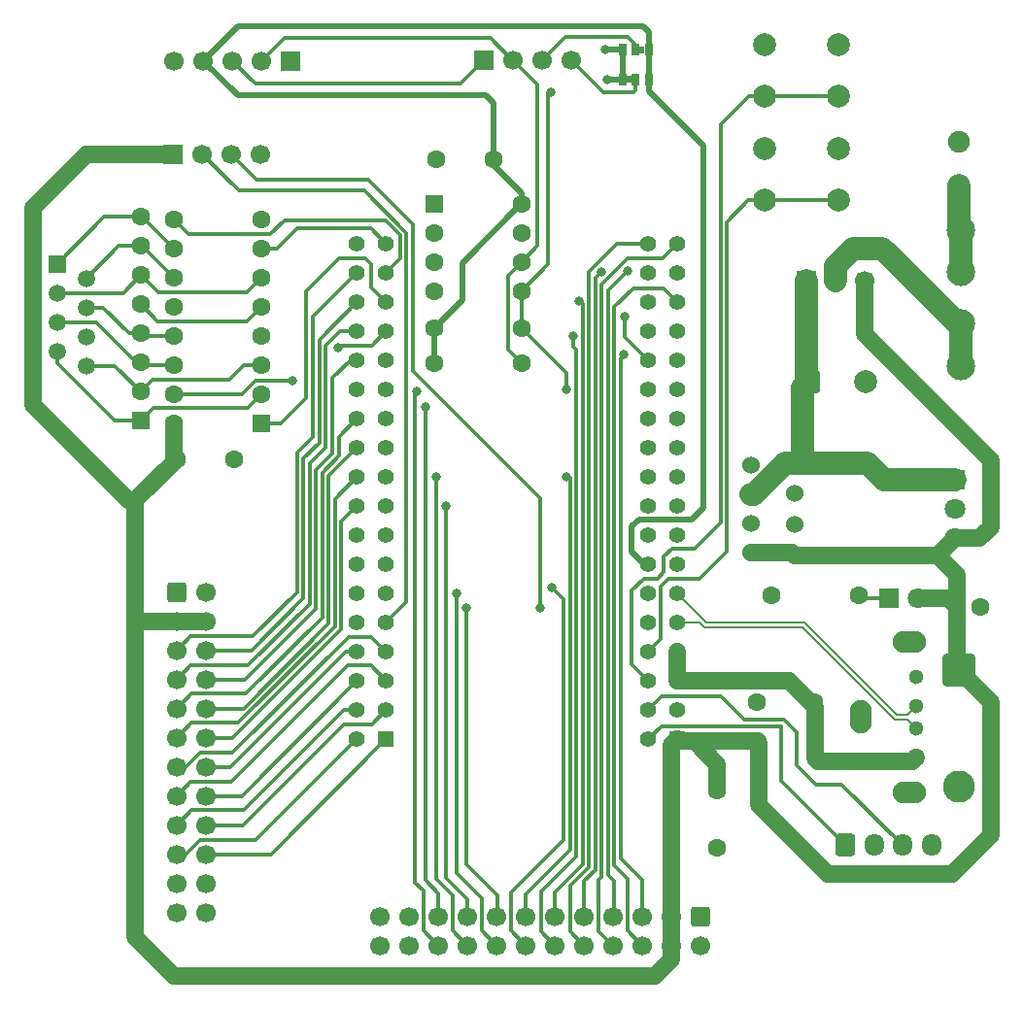
<source format=gbr>
%TF.GenerationSoftware,KiCad,Pcbnew,9.0.7*%
%TF.CreationDate,2026-02-20T16:36:17-05:00*%
%TF.ProjectId,PB_16,50425f31-362e-46b6-9963-61645f706362,v5*%
%TF.SameCoordinates,Original*%
%TF.FileFunction,Copper,L1,Top*%
%TF.FilePolarity,Positive*%
%FSLAX46Y46*%
G04 Gerber Fmt 4.6, Leading zero omitted, Abs format (unit mm)*
G04 Created by KiCad (PCBNEW 9.0.7) date 2026-02-20 16:36:17*
%MOMM*%
%LPD*%
G01*
G04 APERTURE LIST*
G04 Aperture macros list*
%AMRoundRect*
0 Rectangle with rounded corners*
0 $1 Rounding radius*
0 $2 $3 $4 $5 $6 $7 $8 $9 X,Y pos of 4 corners*
0 Add a 4 corners polygon primitive as box body*
4,1,4,$2,$3,$4,$5,$6,$7,$8,$9,$2,$3,0*
0 Add four circle primitives for the rounded corners*
1,1,$1+$1,$2,$3*
1,1,$1+$1,$4,$5*
1,1,$1+$1,$6,$7*
1,1,$1+$1,$8,$9*
0 Add four rect primitives between the rounded corners*
20,1,$1+$1,$2,$3,$4,$5,0*
20,1,$1+$1,$4,$5,$6,$7,0*
20,1,$1+$1,$6,$7,$8,$9,0*
20,1,$1+$1,$8,$9,$2,$3,0*%
G04 Aperture macros list end*
%TA.AperFunction,EtchedComponent*%
%ADD10C,0.000000*%
%TD*%
%TA.AperFunction,ComponentPad*%
%ADD11RoundRect,0.250000X-0.750000X-0.750000X0.750000X-0.750000X0.750000X0.750000X-0.750000X0.750000X0*%
%TD*%
%TA.AperFunction,ComponentPad*%
%ADD12C,2.000000*%
%TD*%
%TA.AperFunction,ComponentPad*%
%ADD13RoundRect,0.250000X-0.550000X-0.550000X0.550000X-0.550000X0.550000X0.550000X-0.550000X0.550000X0*%
%TD*%
%TA.AperFunction,ComponentPad*%
%ADD14C,1.600000*%
%TD*%
%TA.AperFunction,ComponentPad*%
%ADD15RoundRect,0.250001X-1.149999X1.149999X-1.149999X-1.149999X1.149999X-1.149999X1.149999X1.149999X0*%
%TD*%
%TA.AperFunction,ComponentPad*%
%ADD16C,2.800000*%
%TD*%
%TA.AperFunction,ComponentPad*%
%ADD17R,1.800000X1.800000*%
%TD*%
%TA.AperFunction,ComponentPad*%
%ADD18C,1.800000*%
%TD*%
%TA.AperFunction,ComponentPad*%
%ADD19R,1.700000X1.700000*%
%TD*%
%TA.AperFunction,ComponentPad*%
%ADD20C,1.700000*%
%TD*%
%TA.AperFunction,ComponentPad*%
%ADD21RoundRect,0.250000X-0.600000X-0.725000X0.600000X-0.725000X0.600000X0.725000X-0.600000X0.725000X0*%
%TD*%
%TA.AperFunction,ComponentPad*%
%ADD22O,1.700000X1.950000*%
%TD*%
%TA.AperFunction,ComponentPad*%
%ADD23RoundRect,0.250000X-0.600000X-0.600000X0.600000X-0.600000X0.600000X0.600000X-0.600000X0.600000X0*%
%TD*%
%TA.AperFunction,ComponentPad*%
%ADD24R,1.408000X1.408000*%
%TD*%
%TA.AperFunction,ComponentPad*%
%ADD25C,1.408000*%
%TD*%
%TA.AperFunction,ComponentPad*%
%ADD26C,1.270000*%
%TD*%
%TA.AperFunction,ComponentPad*%
%ADD27R,1.300000X1.300000*%
%TD*%
%TA.AperFunction,ComponentPad*%
%ADD28C,1.300000*%
%TD*%
%TA.AperFunction,ComponentPad*%
%ADD29O,2.900000X1.900000*%
%TD*%
%TA.AperFunction,ComponentPad*%
%ADD30O,1.900000X2.900000*%
%TD*%
%TA.AperFunction,ComponentPad*%
%ADD31C,1.904000*%
%TD*%
%TA.AperFunction,ComponentPad*%
%ADD32C,2.475000*%
%TD*%
%TA.AperFunction,ComponentPad*%
%ADD33RoundRect,0.250000X-0.600000X0.600000X-0.600000X-0.600000X0.600000X-0.600000X0.600000X0.600000X0*%
%TD*%
%TA.AperFunction,SMDPad,CuDef*%
%ADD34R,0.700000X1.000000*%
%TD*%
%TA.AperFunction,ComponentPad*%
%ADD35C,1.524000*%
%TD*%
%TA.AperFunction,ComponentPad*%
%ADD36RoundRect,0.250000X0.550000X0.550000X-0.550000X0.550000X-0.550000X-0.550000X0.550000X-0.550000X0*%
%TD*%
%TA.AperFunction,ComponentPad*%
%ADD37R,1.600000X1.600000*%
%TD*%
%TA.AperFunction,ComponentPad*%
%ADD38R,1.500000X1.500000*%
%TD*%
%TA.AperFunction,ComponentPad*%
%ADD39C,1.500000*%
%TD*%
%TA.AperFunction,ViaPad*%
%ADD40C,0.800000*%
%TD*%
%TA.AperFunction,Conductor*%
%ADD41C,0.500000*%
%TD*%
%TA.AperFunction,Conductor*%
%ADD42C,0.300000*%
%TD*%
%TA.AperFunction,Conductor*%
%ADD43C,0.350000*%
%TD*%
%TA.AperFunction,Conductor*%
%ADD44C,1.500000*%
%TD*%
%TA.AperFunction,Conductor*%
%ADD45C,2.000000*%
%TD*%
%TA.AperFunction,Conductor*%
%ADD46C,0.200000*%
%TD*%
G04 APERTURE END LIST*
D10*
%TA.AperFunction,EtchedComponent*%
%TO.C,JP2*%
G36*
X217450000Y-41300000D02*
G01*
X216950000Y-41300000D01*
X216950000Y-40700000D01*
X217450000Y-40700000D01*
X217450000Y-41300000D01*
G37*
%TD.AperFunction*%
%TA.AperFunction,EtchedComponent*%
%TO.C,JP1*%
G36*
X218593000Y-38700000D02*
G01*
X218093000Y-38700000D01*
X218093000Y-38100000D01*
X218593000Y-38100000D01*
X218593000Y-38700000D01*
G37*
%TD.AperFunction*%
%TD*%
D11*
%TO.P,C2,1*%
%TO.N,/12V*%
X232875000Y-67350000D03*
D12*
%TO.P,C2,2*%
%TO.N,GND*%
X237875000Y-67350000D03*
%TD*%
D13*
%TO.P,C3,1*%
%TO.N,+5V*%
X245819888Y-87000000D03*
D14*
%TO.P,C3,2*%
%TO.N,GND*%
X247819888Y-87000000D03*
%TD*%
D15*
%TO.P,D1,1,K*%
%TO.N,+5V*%
X246000000Y-92520000D03*
D16*
%TO.P,D1,2,A*%
%TO.N,GND*%
X246000000Y-102680000D03*
%TD*%
D17*
%TO.P,D2,1,K*%
%TO.N,Net-(D2-K)*%
X239925000Y-86250000D03*
D18*
%TO.P,D2,2,A*%
%TO.N,+5V*%
X242465000Y-86250000D03*
%TD*%
D19*
%TO.P,J2,1,Pin_1*%
%TO.N,I2C_SDA*%
X204574956Y-39307550D03*
D20*
%TO.P,J2,2,Pin_2*%
%TO.N,I2C_SCL*%
X207114956Y-39307550D03*
%TO.P,J2,3,Pin_3*%
%TO.N,/OLED_Pin_3*%
X209654956Y-39307550D03*
%TO.P,J2,4,Pin_4*%
%TO.N,/OLED_Pin_4*%
X212194956Y-39307550D03*
%TD*%
D21*
%TO.P,J3,1,Pin_1*%
%TO.N,GPIO1*%
X236100000Y-107775000D03*
D22*
%TO.P,J3,2,Pin_2*%
%TO.N,GND*%
X238600000Y-107775000D03*
%TO.P,J3,3,Pin_3*%
%TO.N,GPIO2*%
X241100000Y-107775000D03*
%TO.P,J3,4,Pin_4*%
%TO.N,GND*%
X243600000Y-107775000D03*
%TD*%
D19*
%TO.P,J4,1,Pin_1*%
%TO.N,unconnected-(J4-Pin_1-Pad1)*%
X187774956Y-39407550D03*
D20*
%TO.P,J4,2,Pin_2*%
%TO.N,I2C_SCL*%
X185234956Y-39407550D03*
%TO.P,J4,3,Pin_3*%
%TO.N,I2C_SDA*%
X182694956Y-39407550D03*
%TO.P,J4,4,Pin_4*%
%TO.N,+3V3*%
X180154956Y-39407550D03*
%TO.P,J4,5,Pin_5*%
%TO.N,GND*%
X177614956Y-39407550D03*
%TD*%
D19*
%TO.P,J6,1,Pin_1*%
%TO.N,/12V*%
X232675000Y-58525000D03*
D20*
%TO.P,J6,2,Pin_2*%
%TO.N,/VIN*%
X235215000Y-58525000D03*
%TO.P,J6,3,Pin_3*%
%TO.N,+5V*%
X237755000Y-58525000D03*
%TD*%
D23*
%TO.P,J7,1,Pin_1*%
%TO.N,GND*%
X177800000Y-85700000D03*
D20*
%TO.P,J7,2,Pin_2*%
X180340000Y-85700000D03*
%TO.P,J7,3,Pin_3*%
%TO.N,+5V*%
X177800000Y-88240000D03*
%TO.P,J7,4,Pin_4*%
X180340000Y-88240000D03*
%TO.P,J7,5,Pin_5*%
%TO.N,OUT1*%
X177800000Y-90780000D03*
%TO.P,J7,6,Pin_6*%
%TO.N,OUT2*%
X180340000Y-90780000D03*
%TO.P,J7,7,Pin_7*%
%TO.N,OUT3*%
X177800000Y-93320000D03*
%TO.P,J7,8,Pin_8*%
%TO.N,OUT4*%
X180340000Y-93320000D03*
%TO.P,J7,9,Pin_9*%
%TO.N,OUT5*%
X177800000Y-95860000D03*
%TO.P,J7,10,Pin_10*%
%TO.N,OUT6*%
X180340000Y-95860000D03*
%TO.P,J7,11,Pin_11*%
%TO.N,OUT7*%
X177800000Y-98400000D03*
%TO.P,J7,12,Pin_12*%
%TO.N,OUT8*%
X180340000Y-98400000D03*
%TO.P,J7,13,Pin_13*%
%TO.N,OUT9*%
X177800000Y-100940000D03*
%TO.P,J7,14,Pin_14*%
%TO.N,OUT10*%
X180340000Y-100940000D03*
%TO.P,J7,15,Pin_15*%
%TO.N,OUT11*%
X177800000Y-103480000D03*
%TO.P,J7,16,Pin_16*%
%TO.N,OUT12*%
X180340000Y-103480000D03*
%TO.P,J7,17,Pin_17*%
%TO.N,OUT13*%
X177800000Y-106020000D03*
%TO.P,J7,18,Pin_18*%
%TO.N,OUT14*%
X180340000Y-106020000D03*
%TO.P,J7,19,Pin_19*%
%TO.N,OUT15*%
X177800000Y-108560000D03*
%TO.P,J7,20,Pin_20*%
%TO.N,OUT16*%
X180340000Y-108560000D03*
%TO.P,J7,21,Pin_21*%
%TO.N,unconnected-(J7-Pin_21-Pad21)*%
X177800000Y-111100000D03*
%TO.P,J7,22,Pin_22*%
%TO.N,GND*%
X180340000Y-111100000D03*
%TO.P,J7,23,Pin_23*%
%TO.N,unconnected-(J7-Pin_23-Pad23)*%
X177800000Y-113640000D03*
%TO.P,J7,24,Pin_24*%
%TO.N,unconnected-(J7-Pin_24-Pad24)*%
X180340000Y-113640000D03*
%TD*%
D24*
%TO.P,U2,P1_1,SYS_VIN*%
%TO.N,+5V*%
X221459656Y-98510250D03*
D25*
%TO.P,U2,P1_2,AIN6/GPIO87*%
%TO.N,GPIO1*%
X218919656Y-98510250D03*
%TO.P,U2,P1_3,USB1_DRVVBUS*%
%TO.N,unconnected-(U2A-USB1_DRVVBUS-PadP1_3)*%
X221459656Y-95970250D03*
%TO.P,U2,P1_4,GPIO_89*%
%TO.N,GPIO2*%
X218919656Y-95970250D03*
%TO.P,U2,P1_5,USB1_VBUS*%
%TO.N,V_USB*%
X221459656Y-93430250D03*
%TO.P,U2,P1_6,SPI0_CS*%
%TO.N,BTN1*%
X218919656Y-93430250D03*
%TO.P,U2,P1_7,USB1_VIN*%
%TO.N,V_USB*%
X221459656Y-90890250D03*
%TO.P,U2,P1_8,SPI0_CLK*%
%TO.N,BTN2*%
X218919656Y-90890250D03*
%TO.P,U2,P1_9,USB1_DN*%
%TO.N,USB_D-*%
X221459656Y-88350250D03*
%TO.P,U2,P1_10,SPI0_MISO*%
%TO.N,TXD2*%
X218919656Y-88350250D03*
%TO.P,U2,P1_11,USB1_DP*%
%TO.N,USB_D+*%
X221459656Y-85810250D03*
%TO.P,U2,P1_12,SPI0_MOSI*%
%TO.N,OUT30*%
X218919656Y-85810250D03*
%TO.P,U2,P1_13,USB1_ID*%
%TO.N,GND*%
X221459656Y-83270250D03*
%TO.P,U2,P1_14,SYS_3.3V*%
%TO.N,+3V3*%
X218919656Y-83270250D03*
%TO.P,U2,P1_15,USB1_GND*%
%TO.N,GND*%
X221459656Y-80730250D03*
%TO.P,U2,P1_16,SYS_GND*%
X218919656Y-80730250D03*
%TO.P,U2,P1_17,AIN1.8V_REF-*%
X221459656Y-78190250D03*
%TO.P,U2,P1_18,AIN1.8V_REF+*%
%TO.N,unconnected-(U2A-AIN1.8V_REF+-PadP1_18)*%
X218919656Y-78190250D03*
%TO.P,U2,P1_19,AIN0(1.8V)*%
%TO.N,unconnected-(U2A-AIN0(1.8V)-PadP1_19)*%
X221459656Y-75650250D03*
%TO.P,U2,P1_20,GPIO_20*%
%TO.N,OUT29*%
X218919656Y-75650250D03*
%TO.P,U2,P1_21,AIN1(1.8V)*%
%TO.N,unconnected-(U2A-AIN1(1.8V)-PadP1_21)*%
X221459656Y-73110250D03*
%TO.P,U2,P1_22,SYS_GND*%
%TO.N,GND*%
X218919656Y-73110250D03*
%TO.P,U2,P1_23,AIN2(1.8V)*%
%TO.N,unconnected-(U2A-AIN2(1.8V)-PadP1_23)*%
X221459656Y-70570250D03*
%TO.P,U2,P1_24,SYS_VOUT*%
%TO.N,unconnected-(U2A-SYS_VOUT-PadP1_24)*%
X218919656Y-70570250D03*
%TO.P,U2,P1_25,AIN3(1.8V)*%
%TO.N,unconnected-(U2A-AIN3(1.8V)-PadP1_25)*%
X221459656Y-68030250D03*
%TO.P,U2,P1_26,I2C2_SDA*%
%TO.N,I2C_SDA*%
X218919656Y-68030250D03*
%TO.P,U2,P1_27,AIN4(1.8V)*%
%TO.N,unconnected-(U2A-AIN4(1.8V)-PadP1_27)*%
X221459656Y-65490250D03*
%TO.P,U2,P1_28,I2C2_SCL*%
%TO.N,I2C_SCL*%
X218919656Y-65490250D03*
%TO.P,U2,P1_29,PRU0_7*%
%TO.N,OUT21*%
X221459656Y-62950250D03*
%TO.P,U2,P1_30,UART0_TX*%
%TO.N,OUT28*%
X218919656Y-62950250D03*
%TO.P,U2,P1_31,PRU0_4*%
%TO.N,OUT22*%
X221459656Y-60410250D03*
%TO.P,U2,P1_32,UART0_RX*%
%TO.N,OUT27*%
X218919656Y-60410250D03*
%TO.P,U2,P1_33,PRU0_1*%
%TO.N,OUT23*%
X221459656Y-57870250D03*
%TO.P,U2,P1_34,GPIO_26*%
%TO.N,OUT25*%
X218919656Y-57870250D03*
%TO.P,U2,P1_35,PRU1_10*%
%TO.N,OUT24*%
X221459656Y-55330250D03*
%TO.P,U2,P1_36,PWM0_A*%
%TO.N,OUT26*%
X218919656Y-55330250D03*
D24*
%TO.P,U2,P2_1,PWM1_A*%
%TO.N,OUT16*%
X196059656Y-98510250D03*
D25*
%TO.P,U2,P2_2,GPIO_59*%
%TO.N,OUT15*%
X193519656Y-98510250D03*
%TO.P,U2,P2_3,GPIO_23*%
%TO.N,OUT14*%
X196059656Y-95970250D03*
%TO.P,U2,P2_4,GPIO_58*%
%TO.N,OUT13*%
X193519656Y-95970250D03*
%TO.P,U2,P2_5,UART4_RX*%
%TO.N,OUT11*%
X196059656Y-93430250D03*
%TO.P,U2,P2_6,GPIO_57*%
%TO.N,OUT12*%
X193519656Y-93430250D03*
%TO.P,U2,P2_7,UART4_TX*%
%TO.N,OUT9*%
X196059656Y-90890250D03*
%TO.P,U2,P2_8,GPIO_60*%
%TO.N,OUT10*%
X193519656Y-90890250D03*
%TO.P,U2,P2_9,I2C1_SCL*%
%TO.N,TXD1*%
X196059656Y-88350250D03*
%TO.P,U2,P2_10,GPIO_52*%
%TO.N,OUT31*%
X193519656Y-88350250D03*
%TO.P,U2,P2_11,I2C1_SDA*%
%TO.N,OUT32*%
X196059656Y-85810250D03*
%TO.P,U2,P2_12,SYS_PWRBTN*%
%TO.N,unconnected-(U2B-SYS_PWRBTN-PadP2_12)*%
X193519656Y-85810250D03*
%TO.P,U2,P2_13,SYS_VOUT*%
%TO.N,unconnected-(U2A-SYS_VOUT-PadP2_13)*%
X196059656Y-83270250D03*
%TO.P,U2,P2_14,BAT_VIN*%
%TO.N,unconnected-(U2B-BAT_VIN-PadP2_14)*%
X193519656Y-83270250D03*
%TO.P,U2,P2_15,SYS_GND*%
%TO.N,GND*%
X196059656Y-80730250D03*
%TO.P,U2,P2_16,BAT_TEMP*%
%TO.N,unconnected-(U2B-BAT_TEMP-PadP2_16)*%
X193519656Y-80730250D03*
%TO.P,U2,P2_17,GPIO_65*%
%TO.N,OUT33*%
X196059656Y-78190250D03*
%TO.P,U2,P2_18,GPIO_47*%
%TO.N,OUT8*%
X193519656Y-78190250D03*
%TO.P,U2,P2_19,GPIO_27*%
%TO.N,OUT34*%
X196059656Y-75650250D03*
%TO.P,U2,P2_20,GPIO_64*%
%TO.N,OUT7*%
X193519656Y-75650250D03*
%TO.P,U2,P2_21,SYS_GND*%
%TO.N,GND*%
X196059656Y-73110250D03*
%TO.P,U2,P2_22,GPIO_46*%
%TO.N,OUT6*%
X193519656Y-73110250D03*
%TO.P,U2,P2_23,SYS_3.3V*%
%TO.N,unconnected-(U2A-SYS_3.3V-PadP2_23)*%
X196059656Y-70570250D03*
%TO.P,U2,P2_24,GPIO_48*%
%TO.N,OUT5*%
X193519656Y-70570250D03*
%TO.P,U2,P2_25,SPI1_MOSI*%
%TO.N,OUT35*%
X196059656Y-68030250D03*
%TO.P,U2,P2_26,SYS_NRST*%
%TO.N,unconnected-(U2B-SYS_NRST-PadP2_26)*%
X193519656Y-68030250D03*
%TO.P,U2,P2_27,SPI1_MISO*%
%TO.N,OUT36*%
X196059656Y-65490250D03*
%TO.P,U2,P2_28,PRU0_6*%
%TO.N,OUT4*%
X193519656Y-65490250D03*
%TO.P,U2,P2_29,SPI1_CLK*%
%TO.N,OUT19*%
X196059656Y-62950250D03*
%TO.P,U2,P2_30,PRU0_3*%
%TO.N,OUT3*%
X193519656Y-62950250D03*
%TO.P,U2,P2_31,SPI1_CS*%
%TO.N,OUT20*%
X196059656Y-60410250D03*
%TO.P,U2,P2_32,PRU0_2*%
%TO.N,OUT2*%
X193519656Y-60410250D03*
%TO.P,U2,P2_33,GPIO_45*%
%TO.N,OUT17*%
X196059656Y-57870250D03*
%TO.P,U2,P2_34,PRU0_5*%
%TO.N,OUT1*%
X193519656Y-57870250D03*
%TO.P,U2,P2_35,AIN5/GPIO86*%
%TO.N,OUT18*%
X196059656Y-55330250D03*
%TO.P,U2,P2_36,AIN7(1.8V)*%
%TO.N,unconnected-(U2B-AIN7(1.8V)-PadP2_36)*%
X193519656Y-55330250D03*
%TD*%
D26*
%TO.P,F1,1*%
%TO.N,V_USB*%
X233674956Y-100457550D03*
%TO.P,F1,2*%
%TO.N,+5V*%
X228574956Y-98857550D03*
%TD*%
D14*
%TO.P,C1,1*%
%TO.N,V_USB*%
X233374956Y-95307550D03*
%TO.P,C1,2*%
%TO.N,GND*%
X228374956Y-95307550D03*
%TD*%
%TO.P,C4,1*%
%TO.N,+5V*%
X224924956Y-102957550D03*
%TO.P,C4,2*%
%TO.N,GND*%
X224924956Y-107957550D03*
%TD*%
D27*
%TO.P,J1,1,VBUS*%
%TO.N,V_USB*%
X242260000Y-100100000D03*
D28*
%TO.P,J1,2,D-*%
%TO.N,USB_D-*%
X242260000Y-97600000D03*
%TO.P,J1,3,D+*%
%TO.N,USB_D+*%
X242260000Y-95600000D03*
%TO.P,J1,4,GND*%
%TO.N,GND*%
X242260000Y-93100000D03*
D29*
%TO.P,J1,5,Shield*%
X241660000Y-103170000D03*
D30*
X237480000Y-96600000D03*
D29*
X241660000Y-90030000D03*
%TD*%
D14*
%TO.P,R4,1*%
%TO.N,+3V3*%
X200243200Y-62654200D03*
%TO.P,R4,2*%
%TO.N,I2C_SDA*%
X207863200Y-62654200D03*
%TD*%
%TO.P,R5,1*%
%TO.N,+3V3*%
X200243200Y-65704200D03*
%TO.P,R5,2*%
%TO.N,I2C_SCL*%
X207863200Y-65704200D03*
%TD*%
%TO.P,C6,1*%
%TO.N,GND*%
X200443800Y-48000000D03*
%TO.P,C6,2*%
%TO.N,+3V3*%
X205443800Y-48000000D03*
%TD*%
D13*
%TO.P,U4,1,A0*%
%TO.N,GND*%
X200243200Y-51854200D03*
D14*
%TO.P,U4,2,A1*%
X200243200Y-54394200D03*
%TO.P,U4,3,A2*%
X200243200Y-56934200D03*
%TO.P,U4,4,GND*%
X200243200Y-59474200D03*
%TO.P,U4,5,SDA*%
%TO.N,I2C_SDA*%
X207863200Y-59474200D03*
%TO.P,U4,6,SCL*%
%TO.N,I2C_SCL*%
X207863200Y-56934200D03*
%TO.P,U4,7,WP*%
%TO.N,GND*%
X207863200Y-54394200D03*
%TO.P,U4,8,VCC*%
%TO.N,+3V3*%
X207863200Y-51854200D03*
%TD*%
D12*
%TO.P,SW5,1,A*%
%TO.N,GND*%
X229025000Y-47057550D03*
X235525000Y-47057550D03*
%TO.P,SW5,2,B*%
%TO.N,BTN2*%
X229025000Y-51557550D03*
X235525000Y-51557550D03*
%TD*%
D31*
%TO.P,J5,1,Pin_1*%
%TO.N,VIN1*%
X246025459Y-50280560D03*
%TO.P,J5,2,Pin_2*%
%TO.N,GND*%
X246025459Y-46470560D03*
%TD*%
D32*
%TO.P,F2,1_1,1*%
%TO.N,VIN1*%
X246150000Y-54107550D03*
%TO.P,F2,1_2,1*%
X246150000Y-57807550D03*
%TO.P,F2,2_1,2*%
%TO.N,/VIN*%
X246150000Y-62307550D03*
%TO.P,F2,2_2,2*%
X246150000Y-66007550D03*
%TD*%
D14*
%TO.P,R1,1*%
%TO.N,GND*%
X229690000Y-85950000D03*
%TO.P,R1,2*%
%TO.N,Net-(D2-K)*%
X237310000Y-85950000D03*
%TD*%
D12*
%TO.P,SW4,1,A*%
%TO.N,GND*%
X229025000Y-37950000D03*
X235525000Y-37950000D03*
%TO.P,SW4,2,B*%
%TO.N,BTN1*%
X229025000Y-42450000D03*
X235525000Y-42450000D03*
%TD*%
D33*
%TO.P,J8,1,Pin_1*%
%TO.N,GND*%
X223500000Y-114000000D03*
D20*
%TO.P,J8,2,Pin_2*%
X223500000Y-116540000D03*
%TO.P,J8,3,Pin_3*%
%TO.N,+5V*%
X220960000Y-114000000D03*
%TO.P,J8,4,Pin_4*%
X220960000Y-116540000D03*
%TO.P,J8,5,Pin_5*%
%TO.N,OUT21*%
X218420000Y-114000000D03*
%TO.P,J8,6,Pin_6*%
%TO.N,OUT22*%
X218420000Y-116540000D03*
%TO.P,J8,7,Pin_7*%
%TO.N,OUT23*%
X215880000Y-114000000D03*
%TO.P,J8,8,Pin_8*%
%TO.N,OUT24*%
X215880000Y-116540000D03*
%TO.P,J8,9,Pin_9*%
%TO.N,OUT25*%
X213340000Y-114000000D03*
%TO.P,J8,10,Pin_10*%
%TO.N,OUT26*%
X213340000Y-116540000D03*
%TO.P,J8,11,Pin_11*%
%TO.N,OUT27*%
X210800000Y-114000000D03*
%TO.P,J8,12,Pin_12*%
%TO.N,OUT28*%
X210800000Y-116540000D03*
%TO.P,J8,13,Pin_13*%
%TO.N,OUT29*%
X208260000Y-114000000D03*
%TO.P,J8,14,Pin_14*%
%TO.N,OUT30*%
X208260000Y-116540000D03*
%TO.P,J8,15,Pin_15*%
%TO.N,OUT31*%
X205720000Y-114000000D03*
%TO.P,J8,16,Pin_16*%
%TO.N,OUT32*%
X205720000Y-116540000D03*
%TO.P,J8,17,Pin_17*%
%TO.N,OUT33*%
X203180000Y-114000000D03*
%TO.P,J8,18,Pin_18*%
%TO.N,OUT34*%
X203180000Y-116540000D03*
%TO.P,J8,19,Pin_19*%
%TO.N,OUT35*%
X200640000Y-114000000D03*
%TO.P,J8,20,Pin_20*%
%TO.N,OUT36*%
X200640000Y-116540000D03*
%TO.P,J8,21,Pin_21*%
%TO.N,unconnected-(J8-Pin_21-Pad21)*%
X198100000Y-114000000D03*
%TO.P,J8,22,Pin_22*%
%TO.N,GND*%
X198100000Y-116540000D03*
%TO.P,J8,23,Pin_23*%
%TO.N,unconnected-(J8-Pin_23-Pad23)*%
X195560000Y-114000000D03*
%TO.P,J8,24,Pin_24*%
%TO.N,unconnected-(J8-Pin_24-Pad24)*%
X195560000Y-116540000D03*
%TD*%
D19*
%TO.P,J9,1,Pin_1*%
%TO.N,+5V*%
X177500000Y-47500000D03*
D20*
%TO.P,J9,2,Pin_2*%
%TO.N,TXD1*%
X180040000Y-47500000D03*
%TO.P,J9,3,Pin_3*%
%TO.N,TXD2*%
X182580000Y-47500000D03*
%TO.P,J9,4,Pin_4*%
%TO.N,GND*%
X185120000Y-47500000D03*
%TD*%
D34*
%TO.P,JP2,1,A*%
%TO.N,+3V3*%
X218943000Y-41000000D03*
%TO.P,JP2,2,C*%
%TO.N,/OLED_Pin_4*%
X217800000Y-41000000D03*
%TO.P,JP2,3,B*%
%TO.N,GND*%
X216657000Y-41000000D03*
%TD*%
D17*
%TO.P,U1,1,IN*%
%TO.N,/12V*%
X245650000Y-75925000D03*
D18*
%TO.P,U1,2,GND*%
%TO.N,GND*%
X245650000Y-78465000D03*
%TO.P,U1,3,OUT*%
%TO.N,+5V*%
X245650000Y-81005000D03*
D35*
%TO.P,U1,4,OUT*%
X227870000Y-82275000D03*
%TO.P,U1,5,GND*%
%TO.N,GND*%
X227870000Y-79735000D03*
%TO.P,U1,6,IN*%
%TO.N,/12V*%
X227870000Y-77195000D03*
%TO.P,U1,7,EN*%
%TO.N,unconnected-(U1-EN-Pad7)*%
X227870000Y-74655000D03*
%TO.P,U1,8,OUT*%
%TO.N,+5V*%
X231680000Y-82506940D03*
%TO.P,U1,9,GND*%
%TO.N,GND*%
X231680000Y-79812000D03*
%TO.P,U1,10,GND*%
X231680000Y-77118000D03*
%TO.P,U1,11,IN*%
%TO.N,/12V*%
X231680000Y-74423060D03*
%TD*%
D14*
%TO.P,C8,1*%
%TO.N,+5V*%
X177800000Y-74100000D03*
%TO.P,C8,2*%
%TO.N,GND*%
X182800000Y-74100000D03*
%TD*%
D34*
%TO.P,JP1,1,A*%
%TO.N,+3V3*%
X218943000Y-38400000D03*
%TO.P,JP1,2,C*%
%TO.N,/OLED_Pin_3*%
X217800000Y-38400000D03*
%TO.P,JP1,3,B*%
%TO.N,GND*%
X216657000Y-38400000D03*
%TD*%
D36*
%TO.P,U7,1,1A*%
%TO.N,OUT20*%
X185200000Y-71000000D03*
D14*
%TO.P,U7,2,1Y*%
%TO.N,OUT20+*%
X185200000Y-68460000D03*
%TO.P,U7,3,1Z*%
%TO.N,OUT20-*%
X185200000Y-65920000D03*
%TO.P,U7,4,G*%
%TO.N,GND*%
X185200000Y-63380000D03*
%TO.P,U7,5,2Z*%
%TO.N,OUT18-*%
X185200000Y-60840000D03*
%TO.P,U7,6,2Y*%
%TO.N,OUT18+*%
X185200000Y-58300000D03*
%TO.P,U7,7,2A*%
%TO.N,OUT18*%
X185200000Y-55760000D03*
%TO.P,U7,8,GND*%
%TO.N,GND*%
X185200000Y-53220000D03*
%TO.P,U7,9,3A*%
%TO.N,OUT17*%
X177580000Y-53220000D03*
%TO.P,U7,10,3Y*%
%TO.N,OUT17+*%
X177580000Y-55760000D03*
%TO.P,U7,11,3Z*%
%TO.N,OUT17-*%
X177580000Y-58300000D03*
%TO.P,U7,12,~{G}*%
%TO.N,GND*%
X177580000Y-60840000D03*
%TO.P,U7,13,4Z*%
%TO.N,OUT19-*%
X177580000Y-63380000D03*
%TO.P,U7,14,4Y*%
%TO.N,OUT19+*%
X177580000Y-65920000D03*
%TO.P,U7,15,4A*%
%TO.N,OUT19*%
X177580000Y-68460000D03*
%TO.P,U7,16,VCC*%
%TO.N,+5V*%
X177580000Y-71000000D03*
%TD*%
D37*
%TO.P,RN1,1,R1.1*%
%TO.N,OUT20+*%
X174700000Y-70780000D03*
D14*
%TO.P,RN1,2,R1.2*%
%TO.N,OUT20-*%
X174700000Y-68240000D03*
%TO.P,RN1,3,R2.1*%
%TO.N,OUT19+*%
X174700000Y-65700000D03*
%TO.P,RN1,4,R2.2*%
%TO.N,OUT19-*%
X174700000Y-63160000D03*
%TO.P,RN1,5,R3.1*%
%TO.N,OUT18-*%
X174700000Y-60620000D03*
%TO.P,RN1,6,R3.2*%
%TO.N,OUT18+*%
X174700000Y-58080000D03*
%TO.P,RN1,7,R4.1*%
%TO.N,OUT17-*%
X174700000Y-55540000D03*
%TO.P,RN1,8,R4.2*%
%TO.N,OUT17+*%
X174700000Y-53000000D03*
%TD*%
D38*
%TO.P,J21,1*%
%TO.N,OUT17+*%
X167400000Y-57100000D03*
D39*
%TO.P,J21,2*%
%TO.N,OUT17-*%
X169940000Y-58370000D03*
%TO.P,J21,3*%
%TO.N,OUT18+*%
X167400000Y-59640000D03*
%TO.P,J21,4*%
%TO.N,OUT19-*%
X169940000Y-60910000D03*
%TO.P,J21,5*%
%TO.N,OUT19+*%
X167400000Y-62180000D03*
%TO.P,J21,6*%
%TO.N,OUT18-*%
X169940000Y-63450000D03*
%TO.P,J21,7*%
%TO.N,OUT20+*%
X167400000Y-64720000D03*
%TO.P,J21,8*%
%TO.N,OUT20-*%
X169940000Y-65990000D03*
%TD*%
D40*
%TO.N,GND*%
X215200000Y-38400000D03*
X215300000Y-41000000D03*
%TO.N,I2C_SCL*%
X216900000Y-61700000D03*
%TO.N,I2C_SDA*%
X210400000Y-42100000D03*
X211825000Y-68030250D03*
%TO.N,OUT36*%
X198734703Y-68165297D03*
%TO.N,OUT34*%
X200400000Y-75650250D03*
%TO.N,OUT33*%
X201300000Y-78190250D03*
%TO.N,OUT35*%
X199500000Y-69561594D03*
%TO.N,OUT32*%
X202200000Y-85810250D03*
%TO.N,OUT31*%
X203100000Y-87100000D03*
%TO.N,OUT30*%
X210500000Y-85300000D03*
%TO.N,OUT29*%
X211825000Y-75650250D03*
%TO.N,OUT28*%
X212400000Y-63400000D03*
%TO.N,OUT27*%
X212925000Y-60300000D03*
%TO.N,OUT25*%
X214800000Y-57800000D03*
%TO.N,OUT23*%
X217100000Y-57700000D03*
%TO.N,OUT21*%
X216800000Y-65000000D03*
%TO.N,OUT19*%
X191900000Y-64400000D03*
X187900000Y-67300000D03*
%TO.N,TXD2*%
X209500000Y-87100000D03*
%TD*%
D41*
%TO.N,+3V3*%
X207845800Y-51854200D02*
X207863200Y-51854200D01*
X202700000Y-57000000D02*
X207845800Y-51854200D01*
X202700000Y-60197400D02*
X202700000Y-57000000D01*
X200243200Y-62654200D02*
X202700000Y-60197400D01*
D42*
%TO.N,OUT19+*%
X170780000Y-62180000D02*
X167400000Y-62180000D01*
X174300000Y-65700000D02*
X170780000Y-62180000D01*
X174700000Y-65700000D02*
X174300000Y-65700000D01*
%TO.N,OUT19-*%
X171410000Y-60910000D02*
X169940000Y-60910000D01*
X173660000Y-63160000D02*
X171410000Y-60910000D01*
X174700000Y-63160000D02*
X173660000Y-63160000D01*
%TO.N,OUT18+*%
X183900000Y-59600000D02*
X185200000Y-58300000D01*
X176220000Y-59600000D02*
X183900000Y-59600000D01*
X174700000Y-58080000D02*
X176220000Y-59600000D01*
D43*
%TO.N,OUT18*%
X194729406Y-54000000D02*
X188300000Y-54000000D01*
X196059656Y-55330250D02*
X194729406Y-54000000D01*
X188300000Y-54000000D02*
X186540000Y-55760000D01*
X186540000Y-55760000D02*
X185200000Y-55760000D01*
%TO.N,OUT17*%
X178860000Y-54500000D02*
X177580000Y-53220000D01*
X186000000Y-54500000D02*
X178860000Y-54500000D01*
X187200000Y-53300000D02*
X186000000Y-54500000D01*
X196000000Y-53300000D02*
X187200000Y-53300000D01*
X197300000Y-54600000D02*
X196000000Y-53300000D01*
X196059656Y-57870250D02*
X197300000Y-56629906D01*
X197300000Y-56629906D02*
X197300000Y-54600000D01*
D42*
%TO.N,OUT18-*%
X176180000Y-62100000D02*
X174700000Y-60620000D01*
X183940000Y-62100000D02*
X176180000Y-62100000D01*
X185200000Y-60840000D02*
X183940000Y-62100000D01*
%TO.N,OUT20-*%
X175740000Y-67200000D02*
X174700000Y-68240000D01*
X182400000Y-67200000D02*
X175740000Y-67200000D01*
X183680000Y-65920000D02*
X182400000Y-67200000D01*
X185200000Y-65920000D02*
X183680000Y-65920000D01*
%TO.N,OUT19-*%
X174920000Y-63380000D02*
X174700000Y-63160000D01*
X177580000Y-63380000D02*
X174920000Y-63380000D01*
D43*
%TO.N,TXD2*%
X209500000Y-77500000D02*
X209500000Y-87100000D01*
X198400000Y-66400000D02*
X209500000Y-77500000D01*
X194500000Y-49700000D02*
X198400000Y-53600000D01*
X184780000Y-49700000D02*
X194500000Y-49700000D01*
X182580000Y-47500000D02*
X184780000Y-49700000D01*
X198400000Y-53600000D02*
X198400000Y-66400000D01*
%TO.N,TXD1*%
X197850000Y-86559906D02*
X196059656Y-88350250D01*
X197850000Y-54372183D02*
X197850000Y-86559906D01*
X194177817Y-50700000D02*
X197850000Y-54372183D01*
X183240000Y-50700000D02*
X194177817Y-50700000D01*
X180040000Y-47500000D02*
X183240000Y-50700000D01*
D44*
%TO.N,+5V*%
X170000000Y-47500000D02*
X177500000Y-47500000D01*
X165300000Y-52200000D02*
X170000000Y-47500000D01*
X165300000Y-69400000D02*
X165300000Y-52200000D01*
X173600000Y-77700000D02*
X165300000Y-69400000D01*
X174200000Y-77700000D02*
X173600000Y-77700000D01*
D43*
%TO.N,OUT20*%
X186900000Y-71000000D02*
X185200000Y-71000000D01*
X189100000Y-59500000D02*
X189100000Y-68800000D01*
X194800000Y-57100000D02*
X194300000Y-56600000D01*
X192000000Y-56600000D02*
X189100000Y-59500000D01*
X194800000Y-59150594D02*
X194800000Y-57100000D01*
X196059656Y-60410250D02*
X194800000Y-59150594D01*
X194300000Y-56600000D02*
X192000000Y-56600000D01*
X189100000Y-68800000D02*
X186900000Y-71000000D01*
D41*
%TO.N,GND*%
X216657000Y-41000000D02*
X215300000Y-41000000D01*
X216657000Y-38400000D02*
X216657000Y-41000000D01*
X216657000Y-38400000D02*
X215200000Y-38400000D01*
D44*
%TO.N,V_USB*%
X233424956Y-95707550D02*
X233424956Y-100207550D01*
X231147656Y-93430250D02*
X233424956Y-95707550D01*
X221459656Y-90890250D02*
X221459656Y-93430250D01*
X241902450Y-100457550D02*
X242260000Y-100100000D01*
X233674956Y-100457550D02*
X241902450Y-100457550D01*
X221459656Y-93430250D02*
X231147656Y-93430250D01*
X233424956Y-100207550D02*
X233674956Y-100457550D01*
D45*
%TO.N,/12V*%
X232355000Y-67870000D02*
X232875000Y-67350000D01*
X232675000Y-58525000D02*
X232700000Y-58550000D01*
X232700000Y-67175000D02*
X232875000Y-67350000D01*
X238008060Y-74423060D02*
X231680000Y-74423060D01*
X231680000Y-74423060D02*
X230876628Y-74423060D01*
X239510000Y-75925000D02*
X238008060Y-74423060D01*
X245650000Y-75925000D02*
X239510000Y-75925000D01*
X232700000Y-58550000D02*
X232700000Y-67175000D01*
X230876628Y-74423060D02*
X228104688Y-77195000D01*
X231680000Y-74423060D02*
X232355000Y-73748060D01*
X232355000Y-73748060D02*
X232355000Y-67870000D01*
X228104688Y-77195000D02*
X227870000Y-77195000D01*
D44*
%TO.N,+5V*%
X228574956Y-98857550D02*
X228424956Y-98707550D01*
X237755000Y-63230000D02*
X248750000Y-74225000D01*
X234600000Y-110300000D02*
X228574956Y-104274956D01*
X177580000Y-71000000D02*
X177580000Y-73880000D01*
X174200000Y-115800000D02*
X177600000Y-119200000D01*
X220960000Y-99009906D02*
X221459656Y-98510250D01*
X245069888Y-86250000D02*
X245819888Y-87000000D01*
X231448060Y-82275000D02*
X231680000Y-82506940D01*
X174200000Y-77700000D02*
X174200000Y-90300000D01*
X221656956Y-98707550D02*
X221459656Y-98510250D01*
X237755000Y-58525000D02*
X237755000Y-63230000D01*
X174200000Y-88240000D02*
X174200000Y-90300000D01*
X227870000Y-82275000D02*
X231448060Y-82275000D01*
X224924956Y-102957550D02*
X224924956Y-100707550D01*
X177800000Y-74100000D02*
X174200000Y-77700000D01*
X228574956Y-104274956D02*
X228574956Y-98857550D01*
X180340000Y-88240000D02*
X177800000Y-88240000D01*
X222924956Y-98707550D02*
X221656956Y-98707550D01*
X248800000Y-95320000D02*
X248800000Y-106882506D01*
X244148060Y-82506940D02*
X245819888Y-84178768D01*
X224924956Y-100707550D02*
X222924956Y-98707550D01*
X219500000Y-119200000D02*
X220960000Y-117740000D01*
X177800000Y-88240000D02*
X174200000Y-88240000D01*
X231680000Y-82506940D02*
X244148060Y-82506940D01*
X245819888Y-87000000D02*
X245819888Y-92339888D01*
X247795000Y-81005000D02*
X245650000Y-81005000D01*
X242465000Y-86250000D02*
X245069888Y-86250000D01*
X177600000Y-119200000D02*
X219500000Y-119200000D01*
X245819888Y-84178768D02*
X245819888Y-87000000D01*
X177580000Y-73880000D02*
X177800000Y-74100000D01*
X248750000Y-74225000D02*
X248750000Y-80050000D01*
X244148060Y-82506940D02*
X245650000Y-81005000D01*
X228424956Y-98707550D02*
X222924956Y-98707550D01*
X248800000Y-106882506D02*
X245382506Y-110300000D01*
X245819888Y-92339888D02*
X246000000Y-92520000D01*
X220960000Y-117740000D02*
X220960000Y-99009906D01*
X246000000Y-92520000D02*
X248800000Y-95320000D01*
X245382506Y-110300000D02*
X234600000Y-110300000D01*
X174200000Y-90300000D02*
X174200000Y-115800000D01*
X248750000Y-80050000D02*
X247795000Y-81005000D01*
D43*
%TO.N,Net-(D2-K)*%
X239925000Y-86250000D02*
X237610000Y-86250000D01*
X237610000Y-86250000D02*
X237310000Y-85950000D01*
D45*
%TO.N,/VIN*%
X246150000Y-66007550D02*
X246150000Y-62307550D01*
X239300000Y-55725000D02*
X245882550Y-62307550D01*
X235215000Y-57285000D02*
X236775000Y-55725000D01*
X245882550Y-62307550D02*
X246150000Y-62307550D01*
X235215000Y-58525000D02*
X235215000Y-57285000D01*
X236775000Y-55725000D02*
X239300000Y-55725000D01*
%TO.N,VIN1*%
X246150000Y-54107550D02*
X246025459Y-53983009D01*
X246025459Y-53983009D02*
X246025459Y-50280560D01*
X246150000Y-54107550D02*
X246150000Y-57807550D01*
D46*
%TO.N,USB_D+*%
X240568199Y-96374999D02*
X232543200Y-88350000D01*
X242260000Y-95600000D02*
X241485001Y-96374999D01*
X241485001Y-96374999D02*
X240568199Y-96374999D01*
X232543200Y-88350000D02*
X223999406Y-88350000D01*
X223999406Y-88350000D02*
X221459656Y-85810250D01*
%TO.N,USB_D-*%
X223363259Y-88350250D02*
X221459656Y-88350250D01*
X240381801Y-96825001D02*
X232356800Y-88800000D01*
X232356800Y-88800000D02*
X223813009Y-88800000D01*
X242260000Y-97600000D02*
X241485001Y-96825001D01*
X241485001Y-96825001D02*
X240381801Y-96825001D01*
X223813009Y-88800000D02*
X223363259Y-88350250D01*
D43*
%TO.N,/OLED_Pin_4*%
X212194956Y-39307550D02*
X214987406Y-42100000D01*
X217609128Y-42100000D02*
X217800000Y-41909128D01*
X214987406Y-42100000D02*
X217609128Y-42100000D01*
X217800000Y-41909128D02*
X217800000Y-41000000D01*
%TO.N,/OLED_Pin_3*%
X217159000Y-37300000D02*
X211662506Y-37300000D01*
X217800000Y-37941000D02*
X217159000Y-37300000D01*
X211662506Y-37300000D02*
X209654956Y-39307550D01*
X217800000Y-38400000D02*
X217800000Y-37941000D01*
%TO.N,I2C_SCL*%
X207863200Y-56934200D02*
X206688199Y-58109201D01*
X206688199Y-58109201D02*
X206688199Y-64529199D01*
X207074956Y-39307550D02*
X205174956Y-37407550D01*
X205174956Y-37407550D02*
X187234956Y-37407550D01*
X209283000Y-55514400D02*
X209283000Y-41475594D01*
X187234956Y-37407550D02*
X186084955Y-38557551D01*
X186084955Y-38557551D02*
X185234956Y-39407550D01*
X216900000Y-63470594D02*
X216900000Y-61700000D01*
X206688199Y-64529199D02*
X207863200Y-65704200D01*
X218919656Y-65490250D02*
X216900000Y-63470594D01*
X207114956Y-39307550D02*
X207074956Y-39307550D01*
X209283000Y-41475594D02*
X207114956Y-39307550D01*
X207863200Y-56934200D02*
X209283000Y-55514400D01*
%TO.N,I2C_SDA*%
X202518956Y-41363550D02*
X184650956Y-41363550D01*
X210200000Y-57137400D02*
X210200000Y-44600000D01*
X210200000Y-44600000D02*
X210200000Y-42300000D01*
X184650956Y-41363550D02*
X182694956Y-39407550D01*
X210200000Y-42300000D02*
X210400000Y-42100000D01*
X207863200Y-62654200D02*
X211825000Y-66616000D01*
X207863200Y-62654200D02*
X207863200Y-59474200D01*
X211825000Y-66616000D02*
X211825000Y-68030250D01*
X204574956Y-39307550D02*
X202518956Y-41363550D01*
X207863200Y-59474200D02*
X210200000Y-57137400D01*
%TO.N,GPIO2*%
X220082356Y-94807550D02*
X225274956Y-94807550D01*
X233525000Y-102450000D02*
X235775000Y-102450000D01*
X225274956Y-94807550D02*
X227292406Y-96825000D01*
X235775000Y-102450000D02*
X241100000Y-107775000D01*
X230792406Y-96825000D02*
X231874956Y-97907550D01*
X231874956Y-100799956D02*
X233525000Y-102450000D01*
X218919656Y-95970250D02*
X220082356Y-94807550D01*
X227292406Y-96825000D02*
X230792406Y-96825000D01*
X231874956Y-97907550D02*
X231874956Y-100799956D01*
%TO.N,GPIO1*%
X218919656Y-98510250D02*
X220055405Y-97374501D01*
X230475000Y-97374501D02*
X230475000Y-102150000D01*
X230475000Y-102150000D02*
X236100000Y-107775000D01*
X220055405Y-97374501D02*
X230475000Y-97374501D01*
D41*
%TO.N,+3V3*%
X223718956Y-78363550D02*
X222724956Y-79357550D01*
X205443800Y-48473200D02*
X205443800Y-48000000D01*
X180154956Y-39407550D02*
X183126956Y-42379550D01*
X218943000Y-42000000D02*
X223718956Y-46775956D01*
X183126956Y-42379550D02*
X204779550Y-42379550D01*
X205443800Y-43043800D02*
X205443800Y-48000000D01*
X218943000Y-41000000D02*
X218943000Y-38400000D01*
X180154956Y-39407550D02*
X183179967Y-36382539D01*
X223718956Y-46775956D02*
X223718956Y-78363550D01*
X218943000Y-41000000D02*
X218943000Y-42000000D01*
X207863200Y-51854200D02*
X207863200Y-50892600D01*
X207863200Y-50892600D02*
X205443800Y-48473200D01*
X218124956Y-79357550D02*
X217500000Y-79982506D01*
X218482539Y-36382539D02*
X218943000Y-36843000D01*
X217500000Y-79982506D02*
X217500000Y-82200000D01*
X218943000Y-36843000D02*
X218943000Y-38400000D01*
X204779550Y-42379550D02*
X205443800Y-43043800D01*
X222724956Y-79357550D02*
X218124956Y-79357550D01*
X200243200Y-65704200D02*
X200243200Y-62654200D01*
X183179967Y-36382539D02*
X218482539Y-36382539D01*
X218570250Y-83270250D02*
X218919656Y-83270250D01*
X217500000Y-82200000D02*
X218570250Y-83270250D01*
D43*
%TO.N,OUT16*%
X196059656Y-98510250D02*
X186009906Y-108560000D01*
X186009906Y-108560000D02*
X180340000Y-108560000D01*
%TO.N,OUT15*%
X177800000Y-108560000D02*
X178606174Y-108560000D01*
X179832174Y-107334000D02*
X184666000Y-107334000D01*
X193489750Y-98510250D02*
X193519656Y-98510250D01*
X178606174Y-108560000D02*
X179832174Y-107334000D01*
X184666000Y-107334000D02*
X193489750Y-98510250D01*
%TO.N,OUT14*%
X196059656Y-95970250D02*
X194829906Y-97200000D01*
X192400000Y-97200000D02*
X183580000Y-106020000D01*
X183580000Y-106020000D02*
X180340000Y-106020000D01*
X194829906Y-97200000D02*
X192400000Y-97200000D01*
%TO.N,OUT13*%
X179114000Y-104706000D02*
X183694000Y-104706000D01*
X177800000Y-106020000D02*
X179114000Y-104706000D01*
X192429750Y-95970250D02*
X193519656Y-95970250D01*
X183694000Y-104706000D02*
X192429750Y-95970250D01*
%TO.N,OUT12*%
X183469906Y-103480000D02*
X193519656Y-93430250D01*
X180340000Y-103480000D02*
X183469906Y-103480000D01*
%TO.N,OUT11*%
X179026000Y-102254000D02*
X177800000Y-103480000D01*
X194729406Y-92100000D02*
X192700000Y-92100000D01*
X196059656Y-93430250D02*
X194729406Y-92100000D01*
X192700000Y-92100000D02*
X182546000Y-102254000D01*
X182546000Y-102254000D02*
X179026000Y-102254000D01*
%TO.N,OUT10*%
X182474300Y-100940000D02*
X180340000Y-100940000D01*
X193519656Y-90890250D02*
X192524050Y-90890250D01*
X192524050Y-90890250D02*
X182474300Y-100940000D01*
%TO.N,OUT9*%
X178606174Y-100940000D02*
X179832174Y-99714000D01*
X194769406Y-89600000D02*
X196059656Y-90890250D01*
X179832174Y-99714000D02*
X182686000Y-99714000D01*
X192800000Y-89600000D02*
X194769406Y-89600000D01*
X177800000Y-100940000D02*
X178606174Y-100940000D01*
X182686000Y-99714000D02*
X192800000Y-89600000D01*
%TO.N,OUT8*%
X192150000Y-85662683D02*
X192150000Y-88950000D01*
X193490250Y-78190250D02*
X193519656Y-78190250D01*
X193519656Y-78190250D02*
X192151000Y-79558906D01*
X192150000Y-88950000D02*
X182700000Y-98400000D01*
X192151000Y-79558906D02*
X192151000Y-85661684D01*
X182700000Y-98400000D02*
X180340000Y-98400000D01*
X192151000Y-85661684D02*
X192150000Y-85662683D01*
%TO.N,OUT7*%
X191601000Y-77568906D02*
X191601000Y-83221318D01*
X193519656Y-75650250D02*
X191601000Y-77568906D01*
X179114000Y-97086000D02*
X177800000Y-98400000D01*
X183191818Y-97086000D02*
X179114000Y-97086000D01*
X191600000Y-83222318D02*
X191600000Y-88677818D01*
X191600000Y-88677818D02*
X183191818Y-97086000D01*
X191601000Y-83221318D02*
X191600000Y-83222318D01*
%TO.N,OUT6*%
X191050000Y-82994500D02*
X191051000Y-82993500D01*
X191050000Y-88450000D02*
X191050000Y-82994500D01*
X191051000Y-82993500D02*
X191051000Y-75578906D01*
X183640000Y-95860000D02*
X191050000Y-88450000D01*
X180340000Y-95860000D02*
X183640000Y-95860000D01*
X191051000Y-75578906D02*
X193519656Y-73110250D01*
%TO.N,OUT5*%
X190500000Y-87900000D02*
X183854000Y-94546000D01*
X179114000Y-94546000D02*
X177800000Y-95860000D01*
X190501000Y-75276818D02*
X190501000Y-82765685D01*
X191950000Y-73827818D02*
X190501000Y-75276818D01*
X190501000Y-82765685D02*
X190500000Y-82766684D01*
X183854000Y-94546000D02*
X179114000Y-94546000D01*
X190500000Y-82766684D02*
X190500000Y-87900000D01*
X193519656Y-70570250D02*
X191950000Y-72139906D01*
X191950000Y-72139906D02*
X191950000Y-73827818D01*
%TO.N,OUT4*%
X191400000Y-67054953D02*
X191400000Y-73600000D01*
X189951000Y-82537867D02*
X189950000Y-82538867D01*
X191400000Y-73600000D02*
X189951000Y-75049000D01*
X183780000Y-93320000D02*
X180340000Y-93320000D01*
X189951000Y-75049000D02*
X189951000Y-82537867D01*
X189950000Y-82538867D02*
X189950000Y-87150000D01*
X193519656Y-65490250D02*
X192964703Y-65490250D01*
X192964703Y-65490250D02*
X191400000Y-67054953D01*
X189950000Y-87150000D02*
X183780000Y-93320000D01*
%TO.N,OUT3*%
X190800000Y-73100000D02*
X190800000Y-64200000D01*
X190800000Y-64200000D02*
X192049750Y-62950250D01*
X192049750Y-62950250D02*
X193519656Y-62950250D01*
X189400000Y-74500000D02*
X190800000Y-73100000D01*
X184006000Y-92094000D02*
X189400000Y-86700000D01*
X189400000Y-86700000D02*
X189400000Y-74500000D01*
X179026000Y-92094000D02*
X184006000Y-92094000D01*
X177800000Y-93320000D02*
X179026000Y-92094000D01*
%TO.N,OUT2*%
X188850000Y-86250000D02*
X184320000Y-90780000D01*
X184320000Y-90780000D02*
X180340000Y-90780000D01*
X190250000Y-72650000D02*
X188850000Y-74050000D01*
X190250000Y-63679906D02*
X190250000Y-72650000D01*
X193519656Y-60410250D02*
X190250000Y-63679906D01*
X188850000Y-74050000D02*
X188850000Y-86250000D01*
%TO.N,OUT1*%
X179026000Y-89554000D02*
X184446000Y-89554000D01*
X184446000Y-89554000D02*
X188300000Y-85700000D01*
X188300000Y-73555635D02*
X189700000Y-72155635D01*
X189700000Y-72155635D02*
X189700000Y-61689906D01*
X188300000Y-85700000D02*
X188300000Y-73555635D01*
X177800000Y-90780000D02*
X179026000Y-89554000D01*
X189700000Y-61689906D02*
X193519656Y-57870250D01*
%TO.N,OUT36*%
X199326000Y-111726000D02*
X198600000Y-111000000D01*
X198600000Y-111000000D02*
X198600000Y-68300000D01*
X200640000Y-116540000D02*
X199326000Y-115226000D01*
X198600000Y-68300000D02*
X198734703Y-68165297D01*
X199326000Y-115226000D02*
X199326000Y-111726000D01*
%TO.N,OUT34*%
X201866000Y-115226000D02*
X201866000Y-112166000D01*
X201866000Y-112166000D02*
X200400000Y-110700000D01*
X200400000Y-110700000D02*
X200400000Y-75650250D01*
X203180000Y-116540000D02*
X201866000Y-115226000D01*
%TO.N,OUT33*%
X203180000Y-112480000D02*
X201300000Y-110600000D01*
X203180000Y-114000000D02*
X203180000Y-112480000D01*
X201300000Y-110600000D02*
X201300000Y-78190250D01*
%TO.N,OUT35*%
X199500000Y-110800000D02*
X199500000Y-69561594D01*
X200640000Y-114000000D02*
X200640000Y-111940000D01*
X200640000Y-111940000D02*
X199500000Y-110800000D01*
D42*
%TO.N,OUT20+*%
X175801000Y-69679000D02*
X183981000Y-69679000D01*
X183981000Y-69679000D02*
X185200000Y-68460000D01*
X175801000Y-69679000D02*
X174700000Y-70780000D01*
X167400000Y-64720000D02*
X167400000Y-65780660D01*
X167400000Y-65780660D02*
X172399340Y-70780000D01*
X172399340Y-70780000D02*
X174700000Y-70780000D01*
%TO.N,OUT17-*%
X172770000Y-55540000D02*
X174700000Y-55540000D01*
X169940000Y-58370000D02*
X172770000Y-55540000D01*
D46*
X174820000Y-55540000D02*
X174700000Y-55540000D01*
D42*
X177580000Y-58300000D02*
X174820000Y-55540000D01*
%TO.N,OUT17+*%
X171500000Y-53000000D02*
X167400000Y-57100000D01*
X174700000Y-53000000D02*
X171500000Y-53000000D01*
X177580000Y-55760000D02*
X174820000Y-53000000D01*
D46*
X174820000Y-53000000D02*
X174700000Y-53000000D01*
D42*
%TO.N,OUT19+*%
X174920000Y-65920000D02*
X174700000Y-65700000D01*
X177580000Y-65920000D02*
X174920000Y-65920000D01*
%TO.N,OUT18+*%
X174700000Y-58080000D02*
X173140000Y-59640000D01*
X173140000Y-59640000D02*
X167400000Y-59640000D01*
%TO.N,OUT20-*%
X169940000Y-65990000D02*
X172450000Y-65990000D01*
X172450000Y-65990000D02*
X174700000Y-68240000D01*
D43*
%TO.N,BTN1*%
X220974956Y-81907550D02*
X220274956Y-82607550D01*
X220274956Y-82607550D02*
X220274956Y-83957550D01*
X220274956Y-83957550D02*
X219724956Y-84507550D01*
X235525000Y-42450000D02*
X227675000Y-42450000D01*
X222974956Y-81907550D02*
X220974956Y-81907550D01*
X219724956Y-84507550D02*
X218577626Y-84507550D01*
X225224945Y-44900055D02*
X225224945Y-79657561D01*
X225224945Y-79657561D02*
X222974956Y-81907550D01*
X227675000Y-42450000D02*
X225224945Y-44900055D01*
X218577626Y-84507550D02*
X217500000Y-85585176D01*
X217500000Y-85585176D02*
X217500000Y-92010594D01*
X217500000Y-92010594D02*
X218919656Y-93430250D01*
%TO.N,BTN2*%
X220674956Y-84557550D02*
X220024956Y-85207550D01*
X229025000Y-51557550D02*
X227642450Y-51557550D01*
X220024956Y-85207550D02*
X220024956Y-89784950D01*
X225774956Y-53425044D02*
X225774956Y-82207550D01*
X227642450Y-51557550D02*
X225774956Y-53425044D01*
X223424956Y-84557550D02*
X220674956Y-84557550D01*
X235525000Y-51557550D02*
X229025000Y-51557550D01*
X220024956Y-89784950D02*
X218919656Y-90890250D01*
X225774956Y-82207550D02*
X223424956Y-84557550D01*
%TO.N,OUT32*%
X205720000Y-116540000D02*
X204406000Y-115226000D01*
X204406000Y-115226000D02*
X204406000Y-112406000D01*
X202200000Y-110200000D02*
X202200000Y-85810250D01*
X204406000Y-112406000D02*
X202200000Y-110200000D01*
%TO.N,OUT31*%
X205720000Y-114000000D02*
X205800000Y-113920000D01*
X205800000Y-112100000D02*
X203100000Y-109400000D01*
X205800000Y-113920000D02*
X205800000Y-112100000D01*
X203100000Y-109400000D02*
X203100000Y-87100000D01*
%TO.N,OUT30*%
X211500000Y-107313087D02*
X211500000Y-86300000D01*
X208260000Y-116540000D02*
X206946000Y-115226000D01*
X211500000Y-86300000D02*
X210500000Y-85300000D01*
X206946000Y-111867087D02*
X211500000Y-107313087D01*
X206946000Y-115226000D02*
X206946000Y-111867087D01*
%TO.N,OUT29*%
X208260000Y-112040000D02*
X212100000Y-108200000D01*
X212025000Y-75650250D02*
X211825000Y-75650250D01*
X208260000Y-114000000D02*
X208260000Y-112040000D01*
X212100001Y-75725251D02*
X212025000Y-75650250D01*
X212100000Y-108200000D02*
X212100001Y-75725251D01*
%TO.N,OUT28*%
X212400000Y-64310277D02*
X212400000Y-63400000D01*
X209574000Y-111826000D02*
X212650000Y-108750000D01*
X212650000Y-64560277D02*
X212400000Y-64310277D01*
X210800000Y-116540000D02*
X209574000Y-115314000D01*
X212650000Y-108750000D02*
X212650000Y-64560277D01*
X209574000Y-115314000D02*
X209574000Y-111826000D01*
%TO.N,OUT27*%
X213200000Y-109444364D02*
X213200000Y-60575000D01*
X213200000Y-60575000D02*
X212925000Y-60300000D01*
X210800000Y-114000000D02*
X210800000Y-111844365D01*
X210800000Y-111844365D02*
X213200000Y-109444364D01*
%TO.N,OUT26*%
X218919656Y-55330250D02*
X216169750Y-55330250D01*
X216169750Y-55330250D02*
X213750000Y-57750000D01*
X212100000Y-115300000D02*
X213340000Y-116540000D01*
X213750000Y-109672182D02*
X212100000Y-111322182D01*
X213750000Y-57750000D02*
X213750000Y-109672182D01*
X212100000Y-111322182D02*
X212100000Y-115300000D01*
%TO.N,OUT25*%
X213340000Y-114000000D02*
X213340000Y-110860000D01*
X213340000Y-110860000D02*
X214300000Y-109900000D01*
X214300000Y-58300000D02*
X214800000Y-57800000D01*
X214300000Y-109900000D02*
X214300000Y-58300000D01*
%TO.N,OUT24*%
X214850000Y-58850000D02*
X214850000Y-110550000D01*
X220189906Y-56600000D02*
X217100000Y-56600000D01*
X214600000Y-115260000D02*
X215880000Y-116540000D01*
X221459656Y-55330250D02*
X220189906Y-56600000D01*
X214850000Y-110550000D02*
X214600000Y-110800000D01*
X214600000Y-110800000D02*
X214600000Y-115260000D01*
X217100000Y-56600000D02*
X214850000Y-58850000D01*
%TO.N,OUT23*%
X215400000Y-110400000D02*
X215400000Y-59400000D01*
X215900000Y-110900000D02*
X215400000Y-110400000D01*
X215400000Y-59400000D02*
X217100000Y-57700000D01*
X215880000Y-114000000D02*
X215900000Y-113980000D01*
X215900000Y-113980000D02*
X215900000Y-110900000D01*
%TO.N,OUT22*%
X215950000Y-60850000D02*
X215950000Y-109550000D01*
X221459656Y-60410250D02*
X220249406Y-59200000D01*
X220249406Y-59200000D02*
X217600000Y-59200000D01*
X215950000Y-109550000D02*
X217106000Y-110706000D01*
X217106000Y-110706000D02*
X217106000Y-115226000D01*
X217600000Y-59200000D02*
X215950000Y-60850000D01*
X217106000Y-115226000D02*
X218420000Y-116540000D01*
%TO.N,OUT21*%
X218420000Y-110820000D02*
X216500000Y-108900000D01*
X218420000Y-114000000D02*
X218420000Y-110820000D01*
X221149750Y-62950250D02*
X221459656Y-62950250D01*
X216500000Y-108900000D02*
X216500000Y-65300000D01*
X216500000Y-65300000D02*
X216800000Y-65000000D01*
%TO.N,OUT19*%
X184712884Y-67284000D02*
X187884000Y-67284000D01*
X196059656Y-62950250D02*
X194809906Y-64200000D01*
X192100000Y-64200000D02*
X191900000Y-64400000D01*
X177580000Y-68460000D02*
X183536884Y-68460000D01*
X183536884Y-68460000D02*
X184712884Y-67284000D01*
X187884000Y-67284000D02*
X187900000Y-67300000D01*
X194809906Y-64200000D02*
X192100000Y-64200000D01*
%TD*%
M02*

</source>
